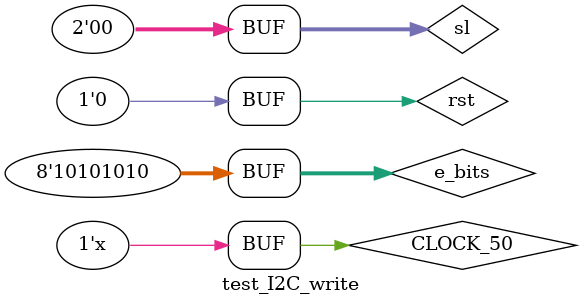
<source format=v>
module test_I2C_write();
  reg [7:0]e_bits;
  wire SDA;
  wire SCL;
  wire clk;
  reg rst;
  reg CLOCK_50;
  reg [1:0]sl;
  initial begin
    e_bits = 8'b10101010;
    rst = 1;
    sl = 2'b00;
    CLOCK_50 = 1;
    #100 rst = 0;
  end
  always begin
    #50 CLOCK_50 = ~CLOCK_50;
  end
  clock x1(.CLOCK_50(CLOCK_50), .clk(clk), .rst(rst), .sl(sl));
  I2C_master m1(.clk(clk), .rst(rst), .e_bits(e_bits), .SCL(SCL), .SDA(SDA));
  I2C_slave s1(.SDA(SDA), .SCL(SCL));
endmodule
  

</source>
